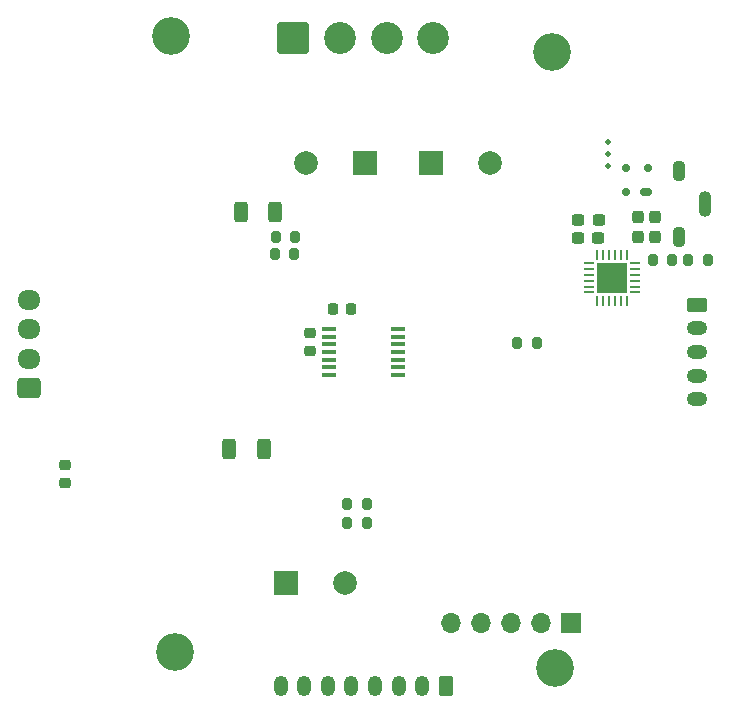
<source format=gbr>
%TF.GenerationSoftware,KiCad,Pcbnew,8.0.6*%
%TF.CreationDate,2025-12-29T11:58:41+02:00*%
%TF.ProjectId,TMCM_1260_alternative,544d434d-5f31-4323-9630-5f616c746572,rev?*%
%TF.SameCoordinates,Original*%
%TF.FileFunction,Soldermask,Bot*%
%TF.FilePolarity,Negative*%
%FSLAX46Y46*%
G04 Gerber Fmt 4.6, Leading zero omitted, Abs format (unit mm)*
G04 Created by KiCad (PCBNEW 8.0.6) date 2025-12-29 11:58:41*
%MOMM*%
%LPD*%
G01*
G04 APERTURE LIST*
G04 Aperture macros list*
%AMRoundRect*
0 Rectangle with rounded corners*
0 $1 Rounding radius*
0 $2 $3 $4 $5 $6 $7 $8 $9 X,Y pos of 4 corners*
0 Add a 4 corners polygon primitive as box body*
4,1,4,$2,$3,$4,$5,$6,$7,$8,$9,$2,$3,0*
0 Add four circle primitives for the rounded corners*
1,1,$1+$1,$2,$3*
1,1,$1+$1,$4,$5*
1,1,$1+$1,$6,$7*
1,1,$1+$1,$8,$9*
0 Add four rect primitives between the rounded corners*
20,1,$1+$1,$2,$3,$4,$5,0*
20,1,$1+$1,$4,$5,$6,$7,0*
20,1,$1+$1,$6,$7,$8,$9,0*
20,1,$1+$1,$8,$9,$2,$3,0*%
G04 Aperture macros list end*
%ADD10C,3.200000*%
%ADD11R,2.000000X2.000000*%
%ADD12C,2.000000*%
%ADD13O,1.100000X1.800000*%
%ADD14O,1.100000X2.200000*%
%ADD15RoundRect,0.250001X-1.099999X-1.099999X1.099999X-1.099999X1.099999X1.099999X-1.099999X1.099999X0*%
%ADD16C,2.700000*%
%ADD17RoundRect,0.250000X0.350000X0.625000X-0.350000X0.625000X-0.350000X-0.625000X0.350000X-0.625000X0*%
%ADD18O,1.200000X1.750000*%
%ADD19O,1.950000X1.700000*%
%ADD20RoundRect,0.250000X0.725000X-0.600000X0.725000X0.600000X-0.725000X0.600000X-0.725000X-0.600000X0*%
%ADD21C,0.499999*%
%ADD22RoundRect,0.250000X-0.625000X0.350000X-0.625000X-0.350000X0.625000X-0.350000X0.625000X0.350000X0*%
%ADD23O,1.750000X1.200000*%
%ADD24R,1.700000X1.700000*%
%ADD25O,1.700000X1.700000*%
%ADD26RoundRect,0.200000X-0.200000X-0.275000X0.200000X-0.275000X0.200000X0.275000X-0.200000X0.275000X0*%
%ADD27RoundRect,0.200000X0.200000X0.275000X-0.200000X0.275000X-0.200000X-0.275000X0.200000X-0.275000X0*%
%ADD28R,1.308100X0.355600*%
%ADD29RoundRect,0.237500X-0.237500X0.300000X-0.237500X-0.300000X0.237500X-0.300000X0.237500X0.300000X0*%
%ADD30RoundRect,0.250000X-0.312500X-0.625000X0.312500X-0.625000X0.312500X0.625000X-0.312500X0.625000X0*%
%ADD31RoundRect,0.225000X-0.225000X-0.250000X0.225000X-0.250000X0.225000X0.250000X-0.225000X0.250000X0*%
%ADD32RoundRect,0.175000X0.325000X-0.175000X0.325000X0.175000X-0.325000X0.175000X-0.325000X-0.175000X0*%
%ADD33RoundRect,0.150000X0.150000X-0.200000X0.150000X0.200000X-0.150000X0.200000X-0.150000X-0.200000X0*%
%ADD34R,2.600000X2.600000*%
%ADD35RoundRect,0.062500X-0.350000X0.062500X-0.350000X-0.062500X0.350000X-0.062500X0.350000X0.062500X0*%
%ADD36RoundRect,0.062500X-0.062500X0.350000X-0.062500X-0.350000X0.062500X-0.350000X0.062500X0.350000X0*%
%ADD37RoundRect,0.225000X-0.250000X0.225000X-0.250000X-0.225000X0.250000X-0.225000X0.250000X0.225000X0*%
%ADD38RoundRect,0.237500X0.300000X0.237500X-0.300000X0.237500X-0.300000X-0.237500X0.300000X-0.237500X0*%
G04 APERTURE END LIST*
D10*
%TO.C,REF\u002A\u002A*%
X115951000Y-74574400D03*
%TD*%
%TO.C,REF\u002A\u002A*%
X83743800Y-73253600D03*
%TD*%
%TO.C,REF\u002A\u002A*%
X84048600Y-125399800D03*
%TD*%
%TO.C,REF\u002A\u002A*%
X116255800Y-126746000D03*
%TD*%
D11*
%TO.C,C24*%
X93425000Y-119583200D03*
D12*
X98425000Y-119583200D03*
%TD*%
D13*
%TO.C,J5*%
X126771400Y-90258200D03*
D14*
X128921400Y-87458200D03*
D13*
X126771400Y-84658200D03*
%TD*%
D15*
%TO.C,J4*%
X94060000Y-73400000D03*
D16*
X98020000Y-73400000D03*
X101980000Y-73400000D03*
X105940000Y-73400000D03*
%TD*%
D17*
%TO.C,J3*%
X107000000Y-128248000D03*
D18*
X105000000Y-128248000D03*
X103000000Y-128248000D03*
X101000000Y-128248000D03*
X99000000Y-128248000D03*
X97000000Y-128248000D03*
X95000000Y-128248000D03*
X93000000Y-128248000D03*
%TD*%
D19*
%TO.C,J1*%
X71690500Y-95554000D03*
X71690500Y-98054000D03*
X71690500Y-100554000D03*
D20*
X71690500Y-103054000D03*
%TD*%
D21*
%TO.C,U1*%
X120749498Y-84272000D03*
X120749498Y-83242000D03*
X120749498Y-82212000D03*
%TD*%
D22*
%TO.C,J2*%
X128250000Y-96000000D03*
D23*
X128250000Y-98000000D03*
X128250000Y-100000000D03*
X128250000Y-102000000D03*
X128250000Y-104000000D03*
%TD*%
D11*
%TO.C,C22*%
X100132277Y-83997800D03*
D12*
X95132277Y-83997800D03*
%TD*%
D24*
%TO.C,J7*%
X117602000Y-122936000D03*
D25*
X115062000Y-122936000D03*
X112522000Y-122936000D03*
X109982000Y-122936000D03*
X107442000Y-122936000D03*
%TD*%
D11*
%TO.C,C23*%
X105765600Y-83997800D03*
D12*
X110765600Y-83997800D03*
%TD*%
D26*
%TO.C,R22*%
X92520000Y-91694000D03*
X94170000Y-91694000D03*
%TD*%
D27*
%TO.C,R40*%
X126148600Y-92176600D03*
X124498600Y-92176600D03*
%TD*%
D28*
%TO.C,U5*%
X102901750Y-98048790D03*
X102901750Y-98698791D03*
X102901750Y-99348792D03*
X102901750Y-99998791D03*
X102901750Y-100648790D03*
X102901750Y-101298791D03*
X102901750Y-101948790D03*
X97097850Y-101948792D03*
X97097850Y-101298791D03*
X97097850Y-100648792D03*
X97097850Y-99998791D03*
X97097850Y-99348792D03*
X97097850Y-98698791D03*
X97097850Y-98048792D03*
%TD*%
D29*
%TO.C,C40*%
X123266200Y-88545500D03*
X123266200Y-90270500D03*
%TD*%
D30*
%TO.C,R7*%
X88631300Y-108229400D03*
X91556300Y-108229400D03*
%TD*%
D26*
%TO.C,R16*%
X98641400Y-114452400D03*
X100291400Y-114452400D03*
%TD*%
D29*
%TO.C,C41*%
X124739400Y-88544400D03*
X124739400Y-90269400D03*
%TD*%
D27*
%TO.C,R41*%
X129171200Y-92176600D03*
X127521200Y-92176600D03*
%TD*%
D31*
%TO.C,C36*%
X97421400Y-96316800D03*
X98971400Y-96316800D03*
%TD*%
D32*
%TO.C,D8*%
X123930600Y-86410000D03*
D33*
X122230600Y-86410000D03*
X122230600Y-84410000D03*
X124130600Y-84410000D03*
%TD*%
D34*
%TO.C,U7*%
X121060400Y-93707700D03*
D35*
X119122900Y-92457700D03*
X119122900Y-92957700D03*
X119122900Y-93457700D03*
X119122900Y-93957700D03*
X119122900Y-94457700D03*
X119122900Y-94957700D03*
D36*
X119810400Y-95645200D03*
X120310400Y-95645200D03*
X120810400Y-95645200D03*
X121310400Y-95645200D03*
X121810400Y-95645200D03*
X122310400Y-95645200D03*
D35*
X122997900Y-94957700D03*
X122997900Y-94457700D03*
X122997900Y-93957700D03*
X122997900Y-93457700D03*
X122997900Y-92957700D03*
X122997900Y-92457700D03*
D36*
X122310400Y-91770200D03*
X121810400Y-91770200D03*
X121310400Y-91770200D03*
X120810400Y-91770200D03*
X120310400Y-91770200D03*
X119810400Y-91770200D03*
%TD*%
D26*
%TO.C,R23*%
X92570800Y-90220800D03*
X94220800Y-90220800D03*
%TD*%
D37*
%TO.C,C39*%
X95453200Y-98361200D03*
X95453200Y-99911200D03*
%TD*%
%TO.C,C18*%
X74777600Y-109575000D03*
X74777600Y-111125000D03*
%TD*%
D27*
%TO.C,R26*%
X114667800Y-99263200D03*
X113017800Y-99263200D03*
%TD*%
D38*
%TO.C,C42*%
X119888000Y-90322400D03*
X118163000Y-90322400D03*
%TD*%
%TO.C,C43*%
X119937700Y-88823800D03*
X118212700Y-88823800D03*
%TD*%
D30*
%TO.C,R6*%
X89621900Y-88112600D03*
X92546900Y-88112600D03*
%TD*%
D26*
%TO.C,R17*%
X98641400Y-112903000D03*
X100291400Y-112903000D03*
%TD*%
M02*

</source>
